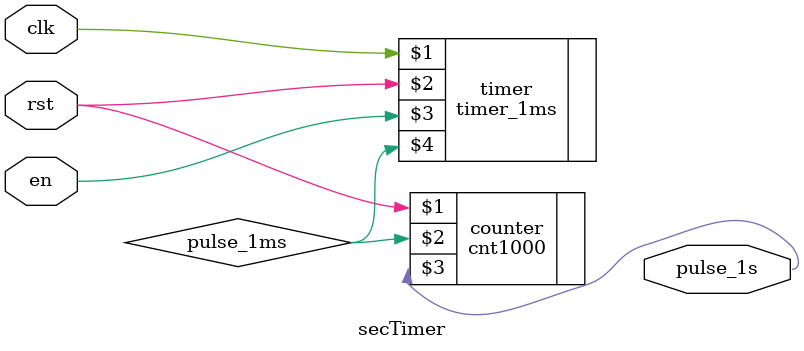
<source format=v>

module secTimer(clk, rst, en, pulse_1s);
    input clk, rst, en;
    output pulse_1s;
    wire pulse_1ms;

    cnt1000 counter (rst, pulse_1ms, pulse_1s);
    timer_1ms timer (clk, rst, en, pulse_1ms);
endmodule

</source>
